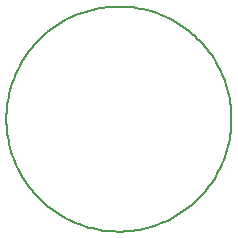
<source format=gbo>
G75*
%MOIN*%
%OFA0B0*%
%FSLAX24Y24*%
%IPPOS*%
%LPD*%
%AMOC8*
5,1,8,0,0,1.08239X$1,22.5*
%
%ADD10C,0.0050*%
D10*
X000125Y003875D02*
X000127Y003997D01*
X000133Y004119D01*
X000143Y004241D01*
X000157Y004362D01*
X000175Y004483D01*
X000196Y004603D01*
X000222Y004722D01*
X000251Y004841D01*
X000285Y004958D01*
X000322Y005074D01*
X000363Y005189D01*
X000408Y005303D01*
X000456Y005415D01*
X000508Y005526D01*
X000563Y005634D01*
X000622Y005741D01*
X000685Y005846D01*
X000751Y005949D01*
X000820Y006049D01*
X000892Y006148D01*
X000968Y006244D01*
X001046Y006337D01*
X001128Y006428D01*
X001213Y006516D01*
X001300Y006601D01*
X001390Y006683D01*
X001483Y006763D01*
X001578Y006839D01*
X001676Y006912D01*
X001776Y006982D01*
X001878Y007049D01*
X001982Y007112D01*
X002089Y007172D01*
X002197Y007229D01*
X002307Y007281D01*
X002419Y007331D01*
X002532Y007376D01*
X002647Y007418D01*
X002763Y007456D01*
X002880Y007491D01*
X002998Y007521D01*
X003117Y007548D01*
X003237Y007570D01*
X003358Y007589D01*
X003479Y007604D01*
X003601Y007615D01*
X003722Y007622D01*
X003844Y007625D01*
X003967Y007624D01*
X004089Y007619D01*
X004210Y007610D01*
X004332Y007597D01*
X004453Y007580D01*
X004573Y007559D01*
X004692Y007535D01*
X004811Y007506D01*
X004929Y007474D01*
X005045Y007438D01*
X005161Y007398D01*
X005275Y007354D01*
X005387Y007307D01*
X005498Y007256D01*
X005607Y007201D01*
X005715Y007143D01*
X005820Y007081D01*
X005923Y007016D01*
X006025Y006948D01*
X006123Y006876D01*
X006220Y006801D01*
X006314Y006724D01*
X006405Y006643D01*
X006494Y006559D01*
X006580Y006472D01*
X006663Y006383D01*
X006743Y006291D01*
X006820Y006196D01*
X006894Y006099D01*
X006965Y005999D01*
X007033Y005898D01*
X007097Y005794D01*
X007158Y005688D01*
X007215Y005580D01*
X007269Y005471D01*
X007319Y005359D01*
X007365Y005246D01*
X007408Y005132D01*
X007447Y005016D01*
X007482Y004900D01*
X007514Y004782D01*
X007541Y004663D01*
X007565Y004543D01*
X007585Y004422D01*
X007601Y004301D01*
X007613Y004180D01*
X007621Y004058D01*
X007625Y003936D01*
X007625Y003814D01*
X007621Y003692D01*
X007613Y003570D01*
X007601Y003449D01*
X007585Y003328D01*
X007565Y003207D01*
X007541Y003087D01*
X007514Y002968D01*
X007482Y002850D01*
X007447Y002734D01*
X007408Y002618D01*
X007365Y002504D01*
X007319Y002391D01*
X007269Y002279D01*
X007215Y002170D01*
X007158Y002062D01*
X007097Y001956D01*
X007033Y001852D01*
X006965Y001751D01*
X006894Y001651D01*
X006820Y001554D01*
X006743Y001459D01*
X006663Y001367D01*
X006580Y001278D01*
X006494Y001191D01*
X006405Y001107D01*
X006314Y001026D01*
X006220Y000949D01*
X006123Y000874D01*
X006025Y000802D01*
X005923Y000734D01*
X005820Y000669D01*
X005715Y000607D01*
X005607Y000549D01*
X005498Y000494D01*
X005387Y000443D01*
X005275Y000396D01*
X005161Y000352D01*
X005045Y000312D01*
X004929Y000276D01*
X004811Y000244D01*
X004692Y000215D01*
X004573Y000191D01*
X004453Y000170D01*
X004332Y000153D01*
X004210Y000140D01*
X004089Y000131D01*
X003967Y000126D01*
X003844Y000125D01*
X003722Y000128D01*
X003601Y000135D01*
X003479Y000146D01*
X003358Y000161D01*
X003237Y000180D01*
X003117Y000202D01*
X002998Y000229D01*
X002880Y000259D01*
X002763Y000294D01*
X002647Y000332D01*
X002532Y000374D01*
X002419Y000419D01*
X002307Y000469D01*
X002197Y000521D01*
X002089Y000578D01*
X001982Y000638D01*
X001878Y000701D01*
X001776Y000768D01*
X001676Y000838D01*
X001578Y000911D01*
X001483Y000987D01*
X001390Y001067D01*
X001300Y001149D01*
X001213Y001234D01*
X001128Y001322D01*
X001046Y001413D01*
X000968Y001506D01*
X000892Y001602D01*
X000820Y001701D01*
X000751Y001801D01*
X000685Y001904D01*
X000622Y002009D01*
X000563Y002116D01*
X000508Y002224D01*
X000456Y002335D01*
X000408Y002447D01*
X000363Y002561D01*
X000322Y002676D01*
X000285Y002792D01*
X000251Y002909D01*
X000222Y003028D01*
X000196Y003147D01*
X000175Y003267D01*
X000157Y003388D01*
X000143Y003509D01*
X000133Y003631D01*
X000127Y003753D01*
X000125Y003875D01*
M02*

</source>
